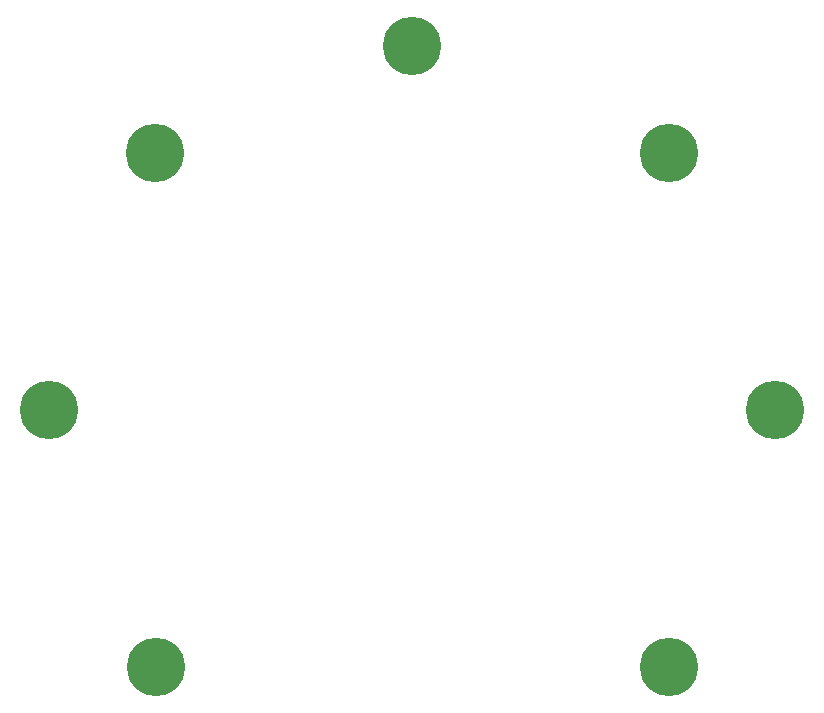
<source format=gbr>
G04 start of page 3 for group 1 idx 1 *
G04 Title: (unknown), solder *
G04 Creator: pcb 20091103 *
G04 CreationDate: Fri Aug 12 04:18:29 2011 UTC *
G04 For: oskay *
G04 Format: Gerber/RS-274X *
G04 PCB-Dimensions: 305000 295000 *
G04 PCB-Coordinate-Origin: lower left *
%MOIN*%
%FSLAX25Y25*%
%LNBACK*%
%ADD11C,0.1950*%
%ADD15C,0.1400*%
G54D11*X237339Y209769D03*
Y38469D03*
X272739Y123969D03*
X151739Y245269D03*
X66139Y38469D03*
X30539Y124069D03*
X66039Y209769D03*
G54D15*M02*

</source>
